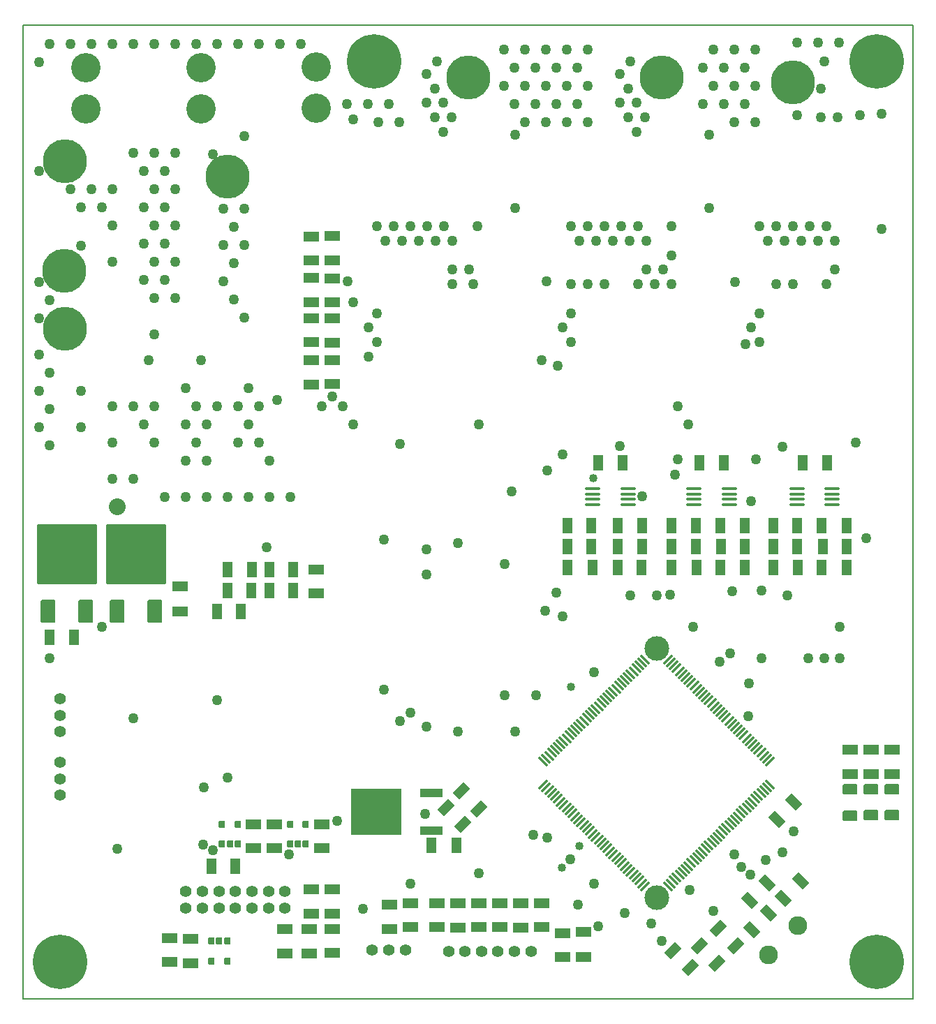
<source format=gbr>
G04 PROTEUS GERBER X2 FILE*
%TF.GenerationSoftware,Labcenter,Proteus,8.7-SP3-Build25561*%
%TF.CreationDate,2021-06-23T20:43:36+00:00*%
%TF.FileFunction,Soldermask,Bot*%
%TF.FilePolarity,Negative*%
%TF.Part,Single*%
%TF.SameCoordinates,{72a0a031-abb8-4097-8df3-996e39d3871e}*%
%FSLAX45Y45*%
%MOMM*%
G01*
%TA.AperFunction,Material*%
%ADD74C,1.270000*%
%ADD75C,2.032000*%
%ADD76C,1.016000*%
%AMPPAD094*
4,1,4,
0.449010,-0.628620,
0.628620,-0.449010,
-0.449010,0.628620,
-0.628620,0.449010,
0.449010,-0.628620,
0*%
%TA.AperFunction,Material*%
%ADD104PPAD094*%
%AMPPAD095*
4,1,4,
0.628620,0.449010,
0.449010,0.628620,
-0.628620,-0.449010,
-0.449010,-0.628620,
0.628620,0.449010,
0*%
%ADD105PPAD095*%
%AMPPAD096*
4,1,4,
0.637600,0.422070,
0.422070,0.637600,
-0.637600,-0.422070,
-0.422070,-0.637600,
0.637600,0.422070,
0*%
%ADD106PPAD096*%
%AMPPAD097*
4,1,4,
0.422070,-0.637600,
0.637600,-0.422070,
-0.422070,0.637600,
-0.637600,0.422070,
0.422070,-0.637600,
0*%
%ADD107PPAD097*%
%ADD108C,3.000000*%
%AMPPAD099*
4,1,36,
-0.254000,-0.444500,
0.254000,-0.444500,
0.279970,-0.441970,
0.303980,-0.434700,
0.325580,-0.423150,
0.344290,-0.407790,
0.359650,-0.389070,
0.371200,-0.367480,
0.378470,-0.343470,
0.381000,-0.317500,
0.381000,0.317500,
0.378470,0.343470,
0.371200,0.367480,
0.359650,0.389070,
0.344290,0.407790,
0.325580,0.423150,
0.303980,0.434700,
0.279970,0.441970,
0.254000,0.444500,
-0.254000,0.444500,
-0.279970,0.441970,
-0.303980,0.434700,
-0.325580,0.423150,
-0.344290,0.407790,
-0.359650,0.389070,
-0.371200,0.367480,
-0.378470,0.343470,
-0.381000,0.317500,
-0.381000,-0.317500,
-0.378470,-0.343470,
-0.371200,-0.367480,
-0.359650,-0.389070,
-0.344290,-0.407790,
-0.325580,-0.423150,
-0.303980,-0.434700,
-0.279970,-0.441970,
-0.254000,-0.444500,
0*%
%TA.AperFunction,Material*%
%ADD109PPAD099*%
%TA.AperFunction,Material*%
%ADD81C,5.334000*%
%AMPPAD100*
4,1,4,
-0.901700,0.571500,
-0.901700,-0.571500,
0.901700,-0.571500,
0.901700,0.571500,
-0.901700,0.571500,
0*%
%TA.AperFunction,Material*%
%ADD110PPAD100*%
%AMPPAD101*
4,1,36,
3.492500,3.619500,
-3.492500,3.619500,
-3.518470,3.616970,
-3.542480,3.609700,
-3.564080,3.598150,
-3.582790,3.582790,
-3.598150,3.564070,
-3.609700,3.542480,
-3.616970,3.518470,
-3.619500,3.492500,
-3.619500,-3.492500,
-3.616970,-3.518470,
-3.609700,-3.542480,
-3.598150,-3.564070,
-3.582790,-3.582790,
-3.564080,-3.598150,
-3.542480,-3.609700,
-3.518470,-3.616970,
-3.492500,-3.619500,
3.492500,-3.619500,
3.518470,-3.616970,
3.542480,-3.609700,
3.564080,-3.598150,
3.582790,-3.582790,
3.598150,-3.564070,
3.609700,-3.542480,
3.616970,-3.518470,
3.619500,-3.492500,
3.619500,3.492500,
3.616970,3.518470,
3.609700,3.542480,
3.598150,3.564070,
3.582790,3.582790,
3.564080,3.598150,
3.542480,3.609700,
3.518470,3.616970,
3.492500,3.619500,
0*%
%TA.AperFunction,Material*%
%ADD111PPAD101*%
%AMPPAD102*
4,1,36,
0.762000,1.397000,
-0.762000,1.397000,
-0.787970,1.394470,
-0.811980,1.387200,
-0.833580,1.375650,
-0.852290,1.360290,
-0.867650,1.341570,
-0.879200,1.319980,
-0.886470,1.295970,
-0.889000,1.270000,
-0.889000,-1.270000,
-0.886470,-1.295970,
-0.879200,-1.319980,
-0.867650,-1.341570,
-0.852290,-1.360290,
-0.833580,-1.375650,
-0.811980,-1.387200,
-0.787970,-1.394470,
-0.762000,-1.397000,
0.762000,-1.397000,
0.787970,-1.394470,
0.811980,-1.387200,
0.833580,-1.375650,
0.852290,-1.360290,
0.867650,-1.341570,
0.879200,-1.319980,
0.886470,-1.295970,
0.889000,-1.270000,
0.889000,1.270000,
0.886470,1.295970,
0.879200,1.319980,
0.867650,1.341570,
0.852290,1.360290,
0.833580,1.375650,
0.811980,1.387200,
0.787970,1.394470,
0.762000,1.397000,
0*%
%ADD112PPAD102*%
%AMPPAD103*
4,1,4,
0.571500,0.901700,
-0.571500,0.901700,
-0.571500,-0.901700,
0.571500,-0.901700,
0.571500,0.901700,
0*%
%TA.AperFunction,Material*%
%ADD113PPAD103*%
%AMPPAD104*
4,1,36,
0.901700,-0.025400,
0.901700,0.025400,
0.898160,0.061750,
0.887980,0.095370,
0.871810,0.125600,
0.850300,0.151800,
0.824110,0.173310,
0.793870,0.189480,
0.760250,0.199660,
0.723900,0.203200,
-0.723900,0.203200,
-0.760250,0.199660,
-0.793870,0.189480,
-0.824110,0.173310,
-0.850300,0.151800,
-0.871810,0.125600,
-0.887980,0.095370,
-0.898160,0.061750,
-0.901700,0.025400,
-0.901700,-0.025400,
-0.898160,-0.061750,
-0.887980,-0.095370,
-0.871810,-0.125600,
-0.850300,-0.151800,
-0.824110,-0.173310,
-0.793870,-0.189480,
-0.760250,-0.199660,
-0.723900,-0.203200,
0.723900,-0.203200,
0.760250,-0.199660,
0.793870,-0.189480,
0.824110,-0.173310,
0.850300,-0.151800,
0.871810,-0.125600,
0.887980,-0.095370,
0.898160,-0.061750,
0.901700,-0.025400,
0*%
%TA.AperFunction,Material*%
%ADD114PPAD104*%
%AMPPAD105*
4,1,4,
1.371600,-0.495300,
1.371600,0.495300,
-1.371600,0.495300,
-1.371600,-0.495300,
1.371600,-0.495300,
0*%
%TA.AperFunction,Material*%
%ADD115PPAD105*%
%AMPPAD106*
4,1,4,
3.073400,-2.781300,
3.073400,2.781300,
-3.073400,2.781300,
-3.073400,-2.781300,
3.073400,-2.781300,
0*%
%ADD116PPAD106*%
%TA.AperFunction,Material*%
%ADD97C,2.286000*%
%AMPPAD107*
4,1,4,
-1.041710,-0.233490,
-0.233490,-1.041710,
1.041710,0.233490,
0.233490,1.041710,
-1.041710,-0.233490,
0*%
%ADD117PPAD107*%
%AMPPAD108*
4,1,4,
-0.233490,1.041710,
-1.041710,0.233490,
0.233490,-1.041710,
1.041710,-0.233490,
-0.233490,1.041710,
0*%
%ADD118PPAD108*%
%TA.AperFunction,Material*%
%ADD98C,1.397000*%
%AMPPAD109*
4,1,36,
-0.889000,0.508000,
-0.889000,-0.508000,
-0.886470,-0.533970,
-0.879200,-0.557980,
-0.867650,-0.579580,
-0.852290,-0.598290,
-0.833570,-0.613650,
-0.811980,-0.625200,
-0.787970,-0.632470,
-0.762000,-0.635000,
0.762000,-0.635000,
0.787970,-0.632470,
0.811980,-0.625200,
0.833570,-0.613650,
0.852290,-0.598290,
0.867650,-0.579580,
0.879200,-0.557980,
0.886470,-0.533970,
0.889000,-0.508000,
0.889000,0.508000,
0.886470,0.533970,
0.879200,0.557980,
0.867650,0.579580,
0.852290,0.598290,
0.833570,0.613650,
0.811980,0.625200,
0.787970,0.632470,
0.762000,0.635000,
-0.762000,0.635000,
-0.787970,0.632470,
-0.811980,0.625200,
-0.833570,0.613650,
-0.852290,0.598290,
-0.867650,0.579580,
-0.879200,0.557980,
-0.886470,0.533970,
-0.889000,0.508000,
0*%
%TA.AperFunction,Material*%
%ADD119PPAD109*%
%ADD99C,3.556000*%
%TA.AperFunction,Material*%
%ADD103C,6.604000*%
%TA.AperFunction,Profile*%
%ADD47C,0.203200*%
%TD.AperFunction*%
D74*
X+3225800Y+1174750D03*
X+3479800Y+1174750D03*
X+5257800Y+1174750D03*
X+5511800Y+1174750D03*
X+5765800Y+1174750D03*
X+7543800Y+1174750D03*
X+7797800Y+1174750D03*
X+3098800Y+1394720D03*
X+3352800Y+1394720D03*
X+4876800Y+1394720D03*
X+5130800Y+1394720D03*
X+5384800Y+1394720D03*
X+5638800Y+1394720D03*
X+7162800Y+1394720D03*
X+7416800Y+1394720D03*
X+7670800Y+1394720D03*
X+4749800Y+1614690D03*
X+5003800Y+1614690D03*
X+5257800Y+1614690D03*
X+5511800Y+1614690D03*
X+5765800Y+1614690D03*
X+7289800Y+1614690D03*
X+7543800Y+1614690D03*
X+7797800Y+1614690D03*
X+4876800Y+1834660D03*
X+5130800Y+1834660D03*
X+5384800Y+1834660D03*
X+5638800Y+1834660D03*
X+7162800Y+1834660D03*
X+7416800Y+1834660D03*
X+7670800Y+1834660D03*
X+4749800Y+2054630D03*
X+5003800Y+2054630D03*
X+5257800Y+2054630D03*
X+5511800Y+2054630D03*
X+5765800Y+2054630D03*
X+7289800Y+2054630D03*
X+7543800Y+2054630D03*
X+7797800Y+2054630D03*
X+5562600Y-1497654D03*
X+5461000Y-1321678D03*
X+5562600Y-1145702D03*
X+5562600Y-793750D03*
X+5765800Y-793750D03*
X+5969000Y-793750D03*
X+6375400Y-793750D03*
X+6578600Y-793750D03*
X+6781800Y-793750D03*
X+6477000Y-617774D03*
X+6680200Y-617774D03*
X+6781800Y-441798D03*
X+5664200Y-265822D03*
X+5867400Y-265822D03*
X+6070600Y-265822D03*
X+6273800Y-265822D03*
X+6477000Y-265822D03*
X+5562600Y-89846D03*
X+5765800Y-89846D03*
X+5969000Y-89846D03*
X+6172200Y-89846D03*
X+6375400Y-89846D03*
X+6781800Y-89846D03*
X+7848600Y-1497654D03*
X+7747000Y-1321678D03*
X+7848600Y-1145702D03*
X+8051800Y-793750D03*
X+8255000Y-793750D03*
X+8661400Y-793750D03*
X+8763000Y-617774D03*
X+7950200Y-265822D03*
X+8153400Y-265822D03*
X+8356600Y-265822D03*
X+8559800Y-265822D03*
X+8763000Y-265822D03*
X+7848600Y-89846D03*
X+8051800Y-89846D03*
X+8255000Y-89846D03*
X+8458200Y-89846D03*
X+8661400Y-89846D03*
X+3213100Y-1497654D03*
X+3111500Y-1321678D03*
X+3213100Y-1145702D03*
X+4127500Y-617774D03*
X+4330700Y-617774D03*
X+3314700Y-265822D03*
X+3517900Y-265822D03*
X+3721100Y-265822D03*
X+3924300Y-265822D03*
X+4127500Y-265822D03*
X+3213100Y-89846D03*
X+3416300Y-89846D03*
X+3619500Y-89846D03*
X+3822700Y-89846D03*
X+4025900Y-89846D03*
X+4432300Y-89846D03*
X+4013200Y+1052310D03*
X+3911600Y+1228286D03*
X+4114800Y+1228286D03*
X+3810000Y+1404262D03*
X+4013200Y+1404262D03*
X+3911600Y+1580238D03*
X+3810000Y+1756214D03*
X+3937000Y+1905000D03*
X+8597900Y+1228286D03*
X+8801100Y+1228286D03*
X+8597900Y+1580238D03*
X+8636000Y+1905000D03*
X+6363969Y+1052310D03*
X+6262369Y+1228286D03*
X+6465569Y+1228286D03*
X+6160769Y+1404262D03*
X+6363969Y+1404262D03*
X+6262369Y+1580238D03*
X+6160769Y+1756214D03*
X+6286500Y+1905000D03*
X+7747000Y-3429000D03*
X+6428649Y-3363510D03*
X+9144000Y-3873500D03*
X+3111500Y-1673630D03*
X+4127500Y-793750D03*
X+4381500Y-793750D03*
X+5003800Y+1174750D03*
X-127000Y-4953000D03*
D75*
X+63500Y-3492500D03*
D74*
X+1870921Y-3983646D03*
X+1599186Y-1195100D03*
X+1472186Y-975130D03*
X+1345186Y-755160D03*
X+1472186Y-535190D03*
X+1345186Y-315220D03*
X+1599186Y-315220D03*
X+1472186Y-95250D03*
X+1345186Y+124720D03*
X+1599186Y+124720D03*
X+1218186Y+784630D03*
X+1599186Y+1004600D03*
X-762000Y-2746780D03*
X-889000Y-2526810D03*
X-381000Y-2526810D03*
X-762000Y-2306840D03*
X-889000Y-2086870D03*
X-381000Y-2086870D03*
X-762000Y-1866900D03*
X-889000Y-1646930D03*
X-889000Y-1206990D03*
X-762000Y-987020D03*
X-889000Y-767050D03*
X-381000Y-327110D03*
X+2844800Y+1394720D03*
X+8305800Y+1257545D03*
X+9067800Y+1257545D03*
X+8305800Y+2137425D03*
X+8559800Y+2137425D03*
X+8813800Y+2137425D03*
D76*
X+5837110Y-3144357D03*
X+5270500Y-3048000D03*
X+3302000Y-5715000D03*
X+7728521Y-5632686D03*
X+5456700Y-7874734D03*
X+5569161Y-5681557D03*
D74*
X+2921000Y+1206500D03*
X+4889500Y+1016000D03*
X+4889500Y+127000D03*
X+2857500Y-762000D03*
X+444500Y-1714500D03*
X+1079500Y-1714500D03*
X+2667000Y-2159000D03*
X+3492500Y-2730500D03*
X+5270500Y-762000D03*
X+9334500Y-127000D03*
X+9334500Y+1270000D03*
X+7556500Y-771119D03*
X+7239000Y+1016000D03*
X+7239000Y+127000D03*
X+7683500Y-1524000D03*
X+5207000Y-1714500D03*
X+6159500Y-2756319D03*
X+6858000Y-2921000D03*
X+7810500Y-2921000D03*
X+8130124Y-2765437D03*
X+9016592Y-2712654D03*
X+5461000Y-2857500D03*
X+5274900Y-3052400D03*
X+4842626Y-3311415D03*
X+6830053Y-3107255D03*
X+4191000Y-3937000D03*
X+4762500Y-4191000D03*
X+3300258Y-3889179D03*
X+1998796Y-2196106D03*
X+257824Y-6055893D03*
X+3300258Y-5713258D03*
X+3492500Y-6096000D03*
X+3621347Y-5992131D03*
X+1114864Y-6895947D03*
X+3041830Y-8368317D03*
X+3796742Y-7221787D03*
X+5108251Y-7477050D03*
X+5275203Y-7507387D03*
X+5651500Y-8318500D03*
X+5897832Y-8584805D03*
X+5847931Y-5496261D03*
X+5384021Y-4535575D03*
X+5253034Y-4755962D03*
X+5461000Y-4826000D03*
X+6286500Y-4572000D03*
X+6604000Y-4572000D03*
X+7519052Y-4519896D03*
X+7874000Y-4508500D03*
X+8636000Y-5334000D03*
X+8445500Y-5334000D03*
X+7930743Y-7773916D03*
X+8128000Y-7683500D03*
X+8264818Y-7429067D03*
X+7548436Y-7708194D03*
X+7630827Y-7859220D03*
X+7744835Y-7957584D03*
X+3810000Y-6159500D03*
X+5842000Y-8064500D03*
X+7493000Y-5270500D03*
X+7366836Y-5371819D03*
X+2148416Y-7711403D03*
X+3811743Y-4009908D03*
X+3810000Y-4318000D03*
X+6667500Y-8763000D03*
X+6214797Y-8425182D03*
X+3619500Y-8064500D03*
X+4445000Y-7937500D03*
X+1219412Y-7660924D03*
X+1270000Y-5842000D03*
X+2730500Y-7302500D03*
X+7001866Y-8138590D03*
X+6535347Y-8548492D03*
X-762000Y-5334000D03*
X+7296770Y-8399453D03*
X+6765489Y-4563361D03*
D76*
X+5670519Y-7606818D03*
D74*
X+8191500Y-4572000D03*
X+7874000Y-5334000D03*
X+7726841Y-5634366D03*
X+7713985Y-6031803D03*
X+5557689Y-7773118D03*
X+2921000Y-1016000D03*
X+5401014Y-1783053D03*
X+635000Y-3378275D03*
X+889000Y-3378275D03*
X+1143000Y-3378275D03*
X+1397000Y-3378275D03*
X+1651000Y-3378275D03*
X+1905000Y-3378275D03*
X+2159000Y-3378275D03*
X+0Y-3158305D03*
X+254000Y-3158305D03*
X+889000Y-2938335D03*
X+1143000Y-2938335D03*
X+1905000Y-2938335D03*
X+0Y-2718365D03*
X+508000Y-2718365D03*
X+1016000Y-2718365D03*
X+1524000Y-2718365D03*
X+1778000Y-2718365D03*
X+381000Y-2498395D03*
X+889000Y-2498395D03*
X+1143000Y-2498395D03*
X+1651000Y-2498395D03*
X+2921000Y-2498395D03*
X+4445000Y-2498395D03*
X+6985000Y-2498395D03*
X+0Y-2278425D03*
X+254000Y-2278425D03*
X+508000Y-2278425D03*
X+1016000Y-2278425D03*
X+1270000Y-2278425D03*
X+1524000Y-2278425D03*
X+1778000Y-2278425D03*
X+2540000Y-2278425D03*
X+2794000Y-2278425D03*
X+6858000Y-2278425D03*
X+889000Y-2058455D03*
X+1651000Y-2058455D03*
X+508000Y-1398545D03*
X+508000Y-958605D03*
X+762000Y-958605D03*
X+381000Y-738635D03*
X+635000Y-738635D03*
X+0Y-518665D03*
X+508000Y-518665D03*
X+762000Y-518665D03*
X+381000Y-298695D03*
X+635000Y-298695D03*
X+0Y-78725D03*
X+508000Y-78725D03*
X+762000Y-78725D03*
X-381000Y+141245D03*
X-127000Y+141245D03*
X+381000Y+141245D03*
X+635000Y+141245D03*
X-508000Y+361215D03*
X-254000Y+361215D03*
X+0Y+361215D03*
X+508000Y+361215D03*
X+762000Y+361215D03*
X-889000Y+581185D03*
X+381000Y+581185D03*
X+635000Y+581185D03*
X+254000Y+801155D03*
X+508000Y+801155D03*
X+762000Y+801155D03*
X-889000Y+1901005D03*
X-762000Y+2120975D03*
X-508000Y+2120975D03*
X-254000Y+2120975D03*
X+0Y+2120975D03*
X+254000Y+2120975D03*
X+508000Y+2120975D03*
X+762000Y+2120975D03*
X+1016000Y+2120975D03*
X+1270000Y+2120975D03*
X+1524000Y+2120975D03*
X+1778000Y+2120975D03*
X+2032000Y+2120975D03*
X+2286000Y+2120975D03*
X+8826500Y-5334000D03*
X+8826500Y-4953000D03*
X+7048500Y-4953000D03*
X+59261Y-7642565D03*
X+1104092Y-7593726D03*
X+4762500Y-5778500D03*
X+5143500Y-5778500D03*
X+4889500Y-6223000D03*
X+4191000Y-6223000D03*
X+1402008Y-6775609D03*
D104*
X+7979323Y-6859876D03*
X+7943967Y-6895232D03*
X+7908612Y-6930587D03*
X+7873257Y-6965942D03*
X+7837901Y-7001298D03*
X+7802546Y-7036653D03*
X+7767191Y-7072008D03*
X+7731835Y-7107364D03*
X+7696480Y-7142719D03*
X+7661125Y-7178074D03*
X+7625769Y-7213430D03*
X+7590414Y-7248785D03*
X+7555059Y-7284140D03*
X+7519703Y-7319496D03*
X+7484348Y-7354851D03*
X+7448993Y-7390207D03*
X+7413637Y-7425562D03*
X+7378282Y-7460917D03*
X+7342927Y-7496273D03*
X+7307571Y-7531628D03*
X+7272216Y-7566983D03*
X+7236861Y-7602339D03*
X+7201505Y-7637694D03*
X+7166150Y-7673049D03*
X+7130795Y-7708405D03*
X+7095439Y-7743760D03*
X+7060084Y-7779115D03*
X+7024729Y-7814471D03*
X+6989373Y-7849826D03*
X+6954018Y-7885181D03*
X+6918663Y-7920537D03*
X+6883307Y-7955892D03*
X+6847952Y-7991247D03*
X+6812597Y-8026603D03*
X+6777241Y-8061958D03*
X+6741886Y-8097313D03*
D105*
X+6466114Y-8097313D03*
X+6430759Y-8061958D03*
X+6395404Y-8026603D03*
X+6360048Y-7991247D03*
X+6324693Y-7955892D03*
D106*
X+6289338Y-7920537D03*
D105*
X+6253982Y-7885181D03*
X+6218627Y-7849826D03*
X+6183272Y-7814471D03*
X+6147916Y-7779115D03*
X+6112561Y-7743760D03*
X+6077206Y-7708405D03*
X+6041850Y-7673049D03*
X+6006495Y-7637694D03*
X+5971140Y-7602339D03*
X+5935784Y-7566983D03*
X+5900429Y-7531628D03*
X+5865074Y-7496273D03*
X+5829718Y-7460917D03*
X+5794363Y-7425562D03*
X+5759008Y-7390207D03*
X+5723652Y-7354851D03*
X+5688297Y-7319496D03*
X+5652942Y-7284140D03*
X+5617586Y-7248785D03*
X+5582231Y-7213430D03*
X+5546875Y-7178074D03*
X+5511520Y-7142719D03*
X+5476165Y-7107364D03*
X+5440809Y-7072008D03*
X+5405454Y-7036653D03*
X+5370099Y-7001298D03*
X+5334743Y-6965942D03*
X+5299388Y-6930587D03*
X+5264033Y-6895232D03*
X+5228677Y-6859876D03*
D104*
X+5228677Y-6584105D03*
X+5264033Y-6548749D03*
X+5299388Y-6513394D03*
X+5334743Y-6478039D03*
X+5370099Y-6442683D03*
X+5405454Y-6407328D03*
X+5440809Y-6371973D03*
X+5476165Y-6336617D03*
X+5511520Y-6301262D03*
X+5546875Y-6265907D03*
X+5582231Y-6230551D03*
X+5617586Y-6195196D03*
X+5652942Y-6159841D03*
X+5688297Y-6124485D03*
X+5723652Y-6089130D03*
X+5759008Y-6053775D03*
X+5794363Y-6018419D03*
X+5829718Y-5983064D03*
X+5865074Y-5947709D03*
X+5900429Y-5912353D03*
X+5935784Y-5876998D03*
X+5971140Y-5841643D03*
X+6006495Y-5806287D03*
X+6041850Y-5770932D03*
X+6077206Y-5735577D03*
X+6112561Y-5700221D03*
X+6147916Y-5664866D03*
X+6183272Y-5629511D03*
X+6218627Y-5594155D03*
X+6253982Y-5558800D03*
X+6289338Y-5523445D03*
X+6324693Y-5488089D03*
X+6360048Y-5452734D03*
D107*
X+6395404Y-5417379D03*
D104*
X+6430759Y-5382023D03*
X+6466114Y-5346668D03*
D105*
X+6741886Y-5346668D03*
X+6777241Y-5382023D03*
X+6812597Y-5417379D03*
X+6847952Y-5452734D03*
X+6883307Y-5488089D03*
X+6918663Y-5523445D03*
X+6954018Y-5558800D03*
X+6989373Y-5594155D03*
X+7024729Y-5629511D03*
X+7060084Y-5664866D03*
X+7095439Y-5700221D03*
X+7130795Y-5735577D03*
X+7166150Y-5770932D03*
X+7201505Y-5806287D03*
X+7236861Y-5841643D03*
X+7272216Y-5876998D03*
X+7307571Y-5912353D03*
X+7342927Y-5947709D03*
X+7378282Y-5983064D03*
X+7413637Y-6018419D03*
X+7448993Y-6053775D03*
X+7484348Y-6089130D03*
X+7519703Y-6124485D03*
X+7555059Y-6159841D03*
X+7590414Y-6195196D03*
X+7625769Y-6230551D03*
X+7661125Y-6265907D03*
X+7696480Y-6301262D03*
X+7731835Y-6336617D03*
X+7767191Y-6371973D03*
X+7802546Y-6407328D03*
X+7837901Y-6442683D03*
X+7873257Y-6478039D03*
X+7908612Y-6513394D03*
X+7943967Y-6548749D03*
X+7979323Y-6584105D03*
D108*
X+6604000Y-8235199D03*
X+6604000Y-5208782D03*
D109*
X+1206500Y-8763000D03*
X+1300480Y-8763000D03*
X+1397000Y-8763000D03*
X+1397000Y-9001760D03*
X+1206500Y-9001760D03*
X+2349500Y-7584959D03*
X+2255520Y-7584959D03*
X+2159000Y-7584959D03*
X+2159000Y-7346199D03*
X+2349500Y-7346199D03*
X+1524000Y-7584959D03*
X+1430020Y-7584959D03*
X+1333500Y-7584959D03*
X+1333500Y-7346199D03*
X+1524000Y-7346199D03*
D81*
X+4318000Y+1714500D03*
X+6667500Y+1714500D03*
X+8255000Y+1651000D03*
D110*
X+2413000Y-716000D03*
X+2413000Y-1016000D03*
X+2413000Y-218000D03*
X+2413000Y-508000D03*
X+2667000Y-208000D03*
X+2667000Y-508000D03*
X+2667000Y-726000D03*
X+2667000Y-1016000D03*
D111*
X-546100Y-4071620D03*
D112*
X-317500Y-4762500D03*
X-774700Y-4762500D03*
D111*
X+292100Y-4071620D03*
D112*
X+520700Y-4762500D03*
X+63500Y-4762500D03*
D81*
X-571500Y+698500D03*
X-571500Y-1333500D03*
D113*
X-462000Y-5080000D03*
X-762000Y-5080000D03*
D110*
X+825500Y-4762500D03*
X+825500Y-4462500D03*
X+2667000Y-1206500D03*
X+2667000Y-1506500D03*
X+2413000Y-1714500D03*
X+2413000Y-2014500D03*
X+2667000Y-1714500D03*
X+2667000Y-2004500D03*
X+2413000Y-1206500D03*
X+2413000Y-1496500D03*
D114*
X+6259000Y-3273402D03*
X+6259000Y-3338402D03*
X+6259000Y-3403402D03*
X+6259000Y-3468402D03*
X+5829000Y-3468402D03*
X+5829000Y-3403402D03*
X+5829000Y-3338402D03*
X+5829000Y-3273402D03*
X+7486107Y-3273033D03*
X+7486107Y-3338033D03*
X+7486107Y-3403033D03*
X+7486107Y-3468033D03*
X+7056107Y-3468033D03*
X+7056107Y-3403033D03*
X+7056107Y-3338033D03*
X+7056107Y-3273033D03*
X+8735869Y-3274533D03*
X+8735869Y-3339533D03*
X+8735869Y-3404533D03*
X+8735869Y-3469533D03*
X+8305869Y-3469533D03*
X+8305869Y-3404533D03*
X+8305869Y-3339533D03*
X+8305869Y-3274533D03*
D113*
X+6195500Y-2957402D03*
X+5895500Y-2957402D03*
X+7422607Y-2957033D03*
X+7122607Y-2957033D03*
X+8672369Y-2958533D03*
X+8372369Y-2958533D03*
X+6432000Y-3719402D03*
X+6132000Y-3719402D03*
X+7676607Y-3719033D03*
X+7376607Y-3719033D03*
X+8908869Y-3719033D03*
X+8608869Y-3719033D03*
X+6432000Y-3973402D03*
X+6132000Y-3973402D03*
X+5824500Y-4227402D03*
X+5524500Y-4227402D03*
X+5524500Y-3719402D03*
X+5814500Y-3719402D03*
X+6422000Y-4227402D03*
X+6132000Y-4227402D03*
X+5814500Y-3973402D03*
X+5524500Y-3973402D03*
X+6787607Y-3719033D03*
X+7077607Y-3719033D03*
X+7676607Y-3973033D03*
X+7386607Y-3973033D03*
X+7077607Y-3973033D03*
X+6787607Y-3973033D03*
X+8019869Y-3719033D03*
X+8309869Y-3719033D03*
X+8908869Y-3973033D03*
X+8618869Y-3973033D03*
X+8309869Y-3973033D03*
X+8019869Y-3973033D03*
X+7087607Y-4227033D03*
X+6787607Y-4227033D03*
X+7676607Y-4227033D03*
X+7376607Y-4227033D03*
X+8319869Y-4227033D03*
X+8019869Y-4227033D03*
X+8908869Y-4227033D03*
X+8608869Y-4227033D03*
D115*
X+3873500Y-6965199D03*
X+3873500Y-7421199D03*
D116*
X+3203500Y-7193199D03*
D97*
X+7959290Y-8931710D03*
X+8318500Y-8572500D03*
D117*
X+7355263Y-8603473D03*
X+7567395Y-8815605D03*
D118*
X+7948395Y-8053605D03*
X+7736263Y-8265737D03*
D110*
X+698500Y-9017000D03*
X+698500Y-8727000D03*
X+952500Y-9027380D03*
X+952500Y-8737380D03*
X+2413000Y-8425699D03*
X+2413000Y-8135699D03*
X+2540000Y-7346199D03*
X+2540000Y-7636199D03*
D113*
X+1206500Y-7854199D03*
X+1496500Y-7854199D03*
D110*
X+1714500Y-7346199D03*
X+1714500Y-7636199D03*
X+2667000Y-8425699D03*
X+2667000Y-8135699D03*
X+1968500Y-7346199D03*
X+1968500Y-7636199D03*
D98*
X+2095500Y-8162199D03*
X+2095500Y-8362199D03*
X+1895500Y-8162199D03*
X+1895500Y-8362199D03*
X+1695500Y-8162199D03*
X+1695500Y-8362199D03*
X+1495500Y-8162199D03*
X+1495500Y-8362199D03*
X+1295500Y-8162199D03*
X+1295500Y-8362199D03*
X+1095500Y-8162199D03*
X+1095500Y-8362199D03*
X+895500Y-8162199D03*
X+895500Y-8362199D03*
D117*
X+4254500Y-7346199D03*
X+4049439Y-7141138D03*
X+6805395Y-8879105D03*
X+7010456Y-9084166D03*
D110*
X+2667000Y-8616199D03*
X+2667000Y-8906199D03*
D117*
X+7335027Y-9027737D03*
X+7122895Y-8815605D03*
D118*
X+8138895Y-8244105D03*
X+8351027Y-8031973D03*
D110*
X+5715000Y-8653500D03*
X+5715000Y-8953500D03*
D117*
X+4232868Y-6943567D03*
X+4445000Y-7155699D03*
D110*
X+2390022Y-8916199D03*
X+2390022Y-8616199D03*
X+2095500Y-8916199D03*
X+2095500Y-8616199D03*
X+4953000Y-8598699D03*
X+4953000Y-8298699D03*
X+4191000Y-8598698D03*
X+4191000Y-8298699D03*
X+3365500Y-8616199D03*
X+3365500Y-8316199D03*
D113*
X+1697000Y-4254500D03*
X+1397000Y-4254500D03*
D119*
X+8953500Y-6926580D03*
X+8953500Y-7241540D03*
X+9207500Y-6924040D03*
X+9207500Y-7239000D03*
X+9461500Y-6924040D03*
X+9461500Y-7239000D03*
D98*
X+3156000Y-8870199D03*
X+3356000Y-8870199D03*
X+3556000Y-8870199D03*
D118*
X+7962956Y-8420044D03*
X+7757895Y-8625105D03*
X+8064500Y-7282699D03*
X+8269561Y-7077638D03*
D110*
X+5461000Y-8663500D03*
X+5461000Y-8953500D03*
X+4699000Y-8298699D03*
X+4699000Y-8588699D03*
X+4445000Y-8298699D03*
X+4445000Y-8588699D03*
X+3619500Y-8298699D03*
X+3619500Y-8588699D03*
X+8953500Y-6733540D03*
X+8953500Y-6443540D03*
X+9207500Y-6733540D03*
X+9207500Y-6443540D03*
X+9461500Y-6733540D03*
X+9461500Y-6443540D03*
D113*
X+1905000Y-4508500D03*
X+2195000Y-4508500D03*
X+1905000Y-4254500D03*
X+2195000Y-4254500D03*
X+1397000Y-4508500D03*
X+1687000Y-4508500D03*
X+1560000Y-4762500D03*
X+1270000Y-4762500D03*
D110*
X+5207000Y-8298699D03*
X+5207000Y-8588699D03*
X+3937000Y-8298699D03*
X+3937000Y-8588699D03*
X+2476500Y-4544500D03*
X+2476500Y-4254500D03*
D98*
X+5080000Y-8890000D03*
X+4880000Y-8890000D03*
X+4680000Y-8890000D03*
X+4480000Y-8890000D03*
X+4280000Y-8890000D03*
X+4080000Y-8890000D03*
D113*
X+4173500Y-7600199D03*
X+3873500Y-7600199D03*
D81*
X-582734Y-635000D03*
X+1397000Y+508000D03*
D99*
X+1079500Y+1333500D03*
X+1079500Y+1833500D03*
X-317500Y+1333500D03*
X-317500Y+1833500D03*
X+2476500Y+1337500D03*
X+2476500Y+1837500D03*
D98*
X-635000Y-6223000D03*
X-635000Y-6023000D03*
X-635000Y-5823000D03*
X-635000Y-6994500D03*
X-635000Y-6794500D03*
X-635000Y-6594500D03*
D103*
X+9271000Y+1905000D03*
X+3175000Y+1905000D03*
X+9271000Y-9017000D03*
X-635000Y-9017000D03*
D47*
X-1079500Y-9461500D02*
X+9715500Y-9461500D01*
X+9715500Y+2349500D01*
X-1079500Y+2349500D01*
X-1079500Y-9461500D01*
M02*

</source>
